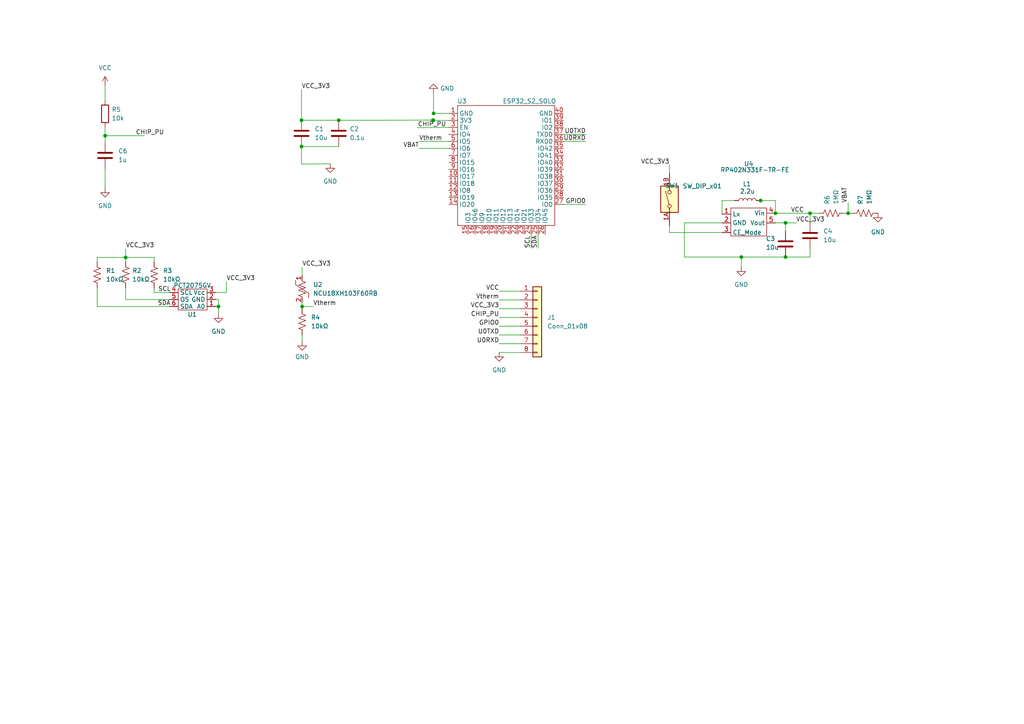
<source format=kicad_sch>
(kicad_sch (version 20211123) (generator eeschema)
  (paper "A4")
  (lib_symbols
    (symbol "CPU:ESP32_S2_SOLO"
      (property "Reference" "U?" (at -18.796 17.018 0))
      (property "Value" "ESP32_S2_SOLO" (at 0.762 17.018 0))
      (symbol "ESP32_S2_SOLO_0_1"
        (rectangle (start -20.066 15.748) (end 8.128 -19.05))
      )
      (symbol "ESP32_S2_SOLO_1_1"
        (pin input line (at -22.606 13.462 0) (length 2.54) (name "GND") (number "1"))
        (pin input line (at -22.606 -4.826 0) (length 2.54) (name "IO17") (number "10"))
        (pin input line (at -22.606 -6.858 0) (length 2.54) (name "IO18") (number "11"))
        (pin input line (at -22.606 -8.89 0) (length 2.54) (name "IO8") (number "12"))
        (pin input line (at -22.606 -10.922 0) (length 2.54) (name "IO19") (number "13"))
        (pin input line (at -22.606 -12.954 0) (length 2.54) (name "IO20") (number "14"))
        (pin input line (at -17.018 -21.59 90) (length 2.54) (name "IO3") (number "15"))
        (pin input line (at -14.986 -21.59 90) (length 2.54) (name "IO46") (number "16"))
        (pin input line (at -12.954 -21.59 90) (length 2.54) (name "IO9") (number "17"))
        (pin input line (at -10.922 -21.59 90) (length 2.54) (name "IO10") (number "18"))
        (pin input line (at -8.89 -21.59 90) (length 2.54) (name "IO11") (number "19"))
        (pin input line (at -22.606 11.43 0) (length 2.54) (name "3V3") (number "2"))
        (pin input line (at -6.858 -21.59 90) (length 2.54) (name "IO12") (number "20"))
        (pin input line (at -4.826 -21.59 90) (length 2.54) (name "IO13") (number "21"))
        (pin input line (at -2.794 -21.59 90) (length 2.54) (name "IO14") (number "22"))
        (pin input line (at -0.762 -21.59 90) (length 2.54) (name "IO21") (number "23"))
        (pin input line (at 1.27 -21.59 90) (length 2.54) (name "IO33") (number "24"))
        (pin input line (at 3.302 -21.59 90) (length 2.54) (name "IO34") (number "25"))
        (pin input line (at 5.334 -21.59 90) (length 2.54) (name "IO45") (number "26"))
        (pin input line (at 10.668 -12.954 180) (length 2.54) (name "IO0") (number "27"))
        (pin input line (at 10.668 -10.922 180) (length 2.54) (name "IO35") (number "28"))
        (pin input line (at 10.668 -8.89 180) (length 2.54) (name "IO36") (number "29"))
        (pin input line (at -22.606 9.398 0) (length 2.54) (name "EN") (number "3"))
        (pin input line (at 10.668 -6.858 180) (length 2.54) (name "IO37") (number "30"))
        (pin input line (at 10.668 -4.826 180) (length 2.54) (name "IO38") (number "31"))
        (pin input line (at 10.668 -2.794 180) (length 2.54) (name "IO39") (number "32"))
        (pin input line (at 10.668 -0.762 180) (length 2.54) (name "IO40") (number "33"))
        (pin input line (at 10.668 1.27 180) (length 2.54) (name "IO41") (number "34"))
        (pin input line (at 10.668 3.302 180) (length 2.54) (name "IO42") (number "35"))
        (pin input line (at 10.668 5.334 180) (length 2.54) (name "RXD0") (number "36"))
        (pin input line (at 10.668 7.366 180) (length 2.54) (name "TXD0") (number "37"))
        (pin input line (at 10.668 9.398 180) (length 2.54) (name "IO2") (number "38"))
        (pin input line (at 10.668 11.43 180) (length 2.54) (name "IO1") (number "39"))
        (pin input line (at -22.606 7.366 0) (length 2.54) (name "IO4") (number "4"))
        (pin input line (at 10.668 13.462 180) (length 2.54) (name "GND") (number "40"))
        (pin input line (at -22.606 5.334 0) (length 2.54) (name "IO5") (number "5"))
        (pin input line (at -22.606 3.302 0) (length 2.54) (name "IO6") (number "6"))
        (pin input line (at -22.606 1.27 0) (length 2.54) (name "IO7") (number "7"))
        (pin input line (at -22.606 -0.762 0) (length 2.54) (name "IO15") (number "8"))
        (pin input line (at -22.606 -2.794 0) (length 2.54) (name "IO16") (number "9"))
      )
    )
    (symbol "Connector_Generic:Conn_01x08" (pin_names (offset 1.016) hide)
      (property "Reference" "J" (at 0 10.16 0))
      (property "Value" "Conn_01x08" (at 0 -12.7 0))
      (symbol "Conn_01x08_1_1"
        (rectangle (start -1.27 -10.033) (end 0 -10.287) (stroke (width 0.1524)))
        (rectangle (start -1.27 -7.493) (end 0 -7.747) (stroke (width 0.1524)))
        (rectangle (start -1.27 -4.953) (end 0 -5.207) (stroke (width 0.1524)))
        (rectangle (start -1.27 -2.413) (end 0 -2.667) (stroke (width 0.1524)))
        (rectangle (start -1.27 0.127) (end 0 -0.127) (stroke (width 0.1524)))
        (rectangle (start -1.27 2.667) (end 0 2.413) (stroke (width 0.1524)))
        (rectangle (start -1.27 5.207) (end 0 4.953) (stroke (width 0.1524)))
        (rectangle (start -1.27 7.747) (end 0 7.493) (stroke (width 0.1524)))
        (rectangle (start -1.27 8.89) (end 1.27 -11.43) (stroke (width 0.254)) (fill (type background)))
        (pin passive line (at -5.08 7.62 0) (length 3.81) (name "Pin_1") (number "1"))
        (pin passive line (at -5.08 5.08 0) (length 3.81) (name "Pin_2") (number "2"))
        (pin passive line (at -5.08 2.54 0) (length 3.81) (name "Pin_3") (number "3"))
        (pin passive line (at -5.08 0 0) (length 3.81) (name "Pin_4") (number "4"))
        (pin passive line (at -5.08 -2.54 0) (length 3.81) (name "Pin_5") (number "5"))
        (pin passive line (at -5.08 -5.08 0) (length 3.81) (name "Pin_6") (number "6"))
        (pin passive line (at -5.08 -7.62 0) (length 3.81) (name "Pin_7") (number "7"))
        (pin passive line (at -5.08 -10.16 0) (length 3.81) (name "Pin_8") (number "8"))
      )
    )
    (symbol "Device:C" (pin_numbers hide) (pin_names (offset 0.254))
      (property "Reference" "C" (at 0.635 2.54 0))
      (property "Value" "C" (at 0.635 -2.54 0))
      (symbol "C_0_1"
        (polyline (pts (xy -2.032 -0.762) (xy 2.032 -0.762)) (stroke (width 0.508)))
        (polyline (pts (xy -2.032 0.762) (xy 2.032 0.762)) (stroke (width 0.508)))
      )
      (symbol "C_1_1"
        (pin passive line (at 0 3.81 270) (length 2.794) (name "~") (number "1"))
        (pin passive line (at 0 -3.81 90) (length 2.794) (name "~") (number "2"))
      )
    )
    (symbol "Device:L" (pin_numbers hide) (pin_names (offset 1.016) hide)
      (property "Reference" "L" (at -1.27 0 90))
      (property "Value" "L" (at 1.905 0 90))
      (symbol "L_0_1"
        (arc (start 0 -2.54) (mid 0.635 -1.905) (end 0 -1.27))
        (arc (start 0 -1.27) (mid 0.635 -0.635) (end 0 0))
        (arc (start 0 0) (mid 0.635 0.635) (end 0 1.27))
        (arc (start 0 1.27) (mid 0.635 1.905) (end 0 2.54))
      )
      (symbol "L_1_1"
        (pin passive line (at 0 3.81 270) (length 1.27) (name "1") (number "1"))
        (pin passive line (at 0 -3.81 90) (length 1.27) (name "2") (number "2"))
      )
    )
    (symbol "Device:PCT2075GV"
      (property "Reference" "U" (at 0 -4.572 0))
      (property "Value" "PCT2075GV" (at 0 3.81 0))
      (symbol "PCT2075GV_0_1"
        (rectangle (start -4.318 2.54) (end 4.064 -3.556))
      )
      (symbol "PCT2075GV_1_1"
        (pin input line (at -6.858 1.524 0) (length 2.54) (name "A0") (number "1"))
        (pin input line (at -6.858 -0.508 0) (length 2.54) (name "GND") (number "2"))
        (pin input line (at -6.858 -2.54 0) (length 2.54) (name "Vcc") (number "3"))
        (pin input line (at 6.604 -2.54 180) (length 2.54) (name "SCL") (number "4"))
        (pin input line (at 6.604 -0.508 180) (length 2.54) (name "OS") (number "5"))
        (pin input line (at 6.604 1.524 180) (length 2.54) (name "SDA") (number "6"))
      )
    )
    (symbol "Device:R" (pin_numbers hide) (pin_names (offset 0))
      (property "Reference" "R" (at 2.032 0 90))
      (property "Value" "R" (at 0 0 90))
      (symbol "R_0_1"
        (rectangle (start -1.016 -2.54) (end 1.016 2.54) (stroke (width 0.254)))
      )
      (symbol "R_1_1"
        (pin passive line (at 0 3.81 270) (length 1.27) (name "~") (number "1"))
        (pin passive line (at 0 -3.81 90) (length 1.27) (name "~") (number "2"))
      )
    )
    (symbol "Device:R_US" (pin_numbers hide) (pin_names (offset 0))
      (property "Reference" "R" (at 2.54 0 90))
      (property "Value" "R_US" (at -2.54 0 90))
      (symbol "R_US_0_1"
        (polyline (pts (xy 0 -2.286) (xy 0 -2.54)))
        (polyline (pts (xy 0 2.286) (xy 0 2.54)))
        (polyline (pts (xy 0 -0.762) (xy 1.016 -1.143) (xy 0 -1.524) (xy -1.016 -1.905) (xy 0 -2.286)))
        (polyline (pts (xy 0 0.762) (xy 1.016 0.381) (xy 0 0) (xy -1.016 -0.381) (xy 0 -0.762)))
        (polyline (pts (xy 0 2.286) (xy 1.016 1.905) (xy 0 1.524) (xy -1.016 1.143) (xy 0 0.762)))
      )
      (symbol "R_US_1_1"
        (pin passive line (at 0 3.81 270) (length 1.27) (name "~") (number "1"))
        (pin passive line (at 0 -3.81 90) (length 1.27) (name "~") (number "2"))
      )
    )
    (symbol "Switch:SW_DIP_x01" (pin_names (offset 0) hide)
      (property "Reference" "SW1" (at 3.937 1.2701 90))
      (property "Value" "SW_DIP_x01" (at 3.81 -3.81 90))
      (symbol "SW_DIP_x01_0_0"
        (circle (center -2.032 0) (radius 0.508))
        (polyline (pts (xy -1.524 0.127) (xy 2.3622 1.1684)))
        (circle (center 2.032 0) (radius 0.508))
      )
      (symbol "SW_DIP_x01_0_1"
        (rectangle (start -3.81 2.54) (end 3.81 -2.54) (stroke (width 0.254)) (fill (type background)))
      )
      (symbol "SW_DIP_x01_1_1"
        (pin passive line (at -7.62 0 0) (length 5.08) (name "~") (number "1A"))
        (pin passive line (at 7.62 0 180) (length 5.08) (name "~") (number "1B"))
      )
    )
    (symbol "Temp Sensors:NCU18XH103F60RB"
      (property "Reference" "U" (at 0 0 0))
      (property "Value" "NCU18XH103F60RB" (at 0 0 0))
      (symbol "NCU18XH103F60RB_0_1"
        (polyline (pts (xy 0 6.604) (xy 0 6.35)))
        (polyline (pts (xy 0 11.176) (xy 0 11.43)))
        (polyline (pts (xy 1.905 7.62) (xy 1.905 6.35)))
        (polyline (pts (xy -1.905 11.43) (xy -1.905 10.16) (xy 1.905 7.62)))
        (polyline (pts (xy 0 8.128) (xy 1.016 7.747) (xy 0 7.366) (xy -1.016 6.985) (xy 0 6.604)))
        (polyline (pts (xy 0 9.652) (xy 1.016 9.271) (xy 0 8.89) (xy -1.016 8.509) (xy 0 8.128)))
        (polyline (pts (xy 0 11.176) (xy 1.016 10.795) (xy 0 10.414) (xy -1.016 10.033) (xy 0 9.652)))
      )
      (symbol "NCU18XH103F60RB_1_1"
        (pin passive line (at 0 12.7 270) (length 1.27) (name "") (number "1"))
        (pin passive line (at 0 5.08 90) (length 1.27) (name "~") (number "2"))
      )
    )
    (symbol "power:GND" (power) (pin_names (offset 0))
      (property "Value" "GND" (at 0 -3.81 0))
      (symbol "GND_0_1"
        (polyline (pts (xy 0 0) (xy 0 -1.27) (xy 1.27 -1.27) (xy 0 -2.54) (xy -1.27 -1.27) (xy 0 -1.27)))
      )
      (symbol "GND_1_1"
        (pin power_in line (at 0 0 270) (length 0) hide (name "GND") (number "1"))
      )
    )
    (symbol "power:RP402N331F-TR-FE"
      (property "Reference" "U" (at -0.762 -1.524 0))
      (property "Value" "RP402N331F-TR-FE" (at -0.508 -11.938 0))
      (symbol "RP402N331F-TR-FE_0_1"
        (rectangle (start -6.35 -2.54) (end 4.064 -10.668))
        (rectangle (start -3.81 -2.032) (end -3.81 -2.032))
      )
      (symbol "RP402N331F-TR-FE_1_1"
        (pin input line (at -8.89 -4.318 0) (length 2.54) (name "Lx") (number "1"))
        (pin input line (at -8.89 -6.858 0) (length 2.54) (name "GND") (number "2"))
        (pin input line (at -8.89 -9.652 0) (length 2.54) (name "CE_Mode") (number "3"))
        (pin input line (at 6.604 -4.064 180) (length 2.54) (name "Vin") (number "4"))
        (pin input line (at 6.604 -6.858 180) (length 2.54) (name "Vout") (number "5"))
      )
    )
    (symbol "power:VCC" (power) (pin_names (offset 0))
      (property "Value" "VCC" (at 0 3.81 0))
      (symbol "VCC_0_1"
        (polyline (pts (xy -0.762 1.27) (xy 0 2.54)))
        (polyline (pts (xy 0 0) (xy 0 2.54)))
        (polyline (pts (xy 0 2.54) (xy 0.762 1.27)))
      )
      (symbol "VCC_1_1"
        (pin power_in line (at 0 0 90) (length 0) hide (name "VCC") (number "1"))
      )
    )
  )
  (junction (at 227.838 74.549))
  (junction (at 234.95 61.849))
  (junction (at 125.6244 34.925))
  (junction (at 220.599 58.166))
  (junction (at 87.4487 42.4903))
  (junction (at 63.373 88.9))
  (junction (at 224.917 61.849))
  (junction (at 125.755 32.893))
  (junction (at 98.2437 34.8703))
  (junction (at 87.4487 34.8703))
  (junction (at 36.449 74.676))
  (junction (at 30.48 39.37))
  (junction (at 227.838 64.643))
  (junction (at 245.999 61.849))
  (junction (at 87.63 88.9))
  (junction (at 125.6244 34.8247))
  (junction (at 215.011 74.549))
  (wire (pts (xy 224.917 58.166) (xy 224.917 61.849)))
  (wire (pts (xy 28.194 88.9) (xy 49.149 88.9)))
  (wire (pts (xy 30.48 36.83) (xy 30.48 39.37)))
  (wire (pts (xy 144.78 97.155) (xy 150.749 97.155)))
  (wire (pts (xy 194.183 47.879) (xy 194.183 50.165)))
  (wire (pts (xy 209.423 67.437) (xy 194.183 67.437)))
  (wire (pts (xy 125.73 26.924) (xy 125.73 32.893)))
  (wire (pts (xy 121.539 43.053) (xy 130.175 43.053)))
  (wire (pts (xy 87.63 88.9) (xy 87.63 89.535)))
  (wire (pts (xy 234.95 61.849) (xy 237.363 61.849)))
  (wire (pts (xy 227.838 74.549) (xy 234.95 74.549)))
  (wire (pts (xy 234.95 72.136) (xy 234.95 74.549)))
  (wire (pts (xy 30.48 24.765) (xy 30.48 29.21)))
  (wire (pts (xy 98.2437 34.8703) (xy 112.2137 34.8703)))
  (wire (pts (xy 87.63 87.63) (xy 87.63 88.9)))
  (wire (pts (xy 209.423 62.103) (xy 209.423 58.166)))
  (wire (pts (xy 130.175 34.925) (xy 125.6244 34.925)))
  (wire (pts (xy 227.838 64.643) (xy 231.013 64.643)))
  (wire (pts (xy 227.838 74.549) (xy 215.011 74.549)))
  (wire (pts (xy 63.373 86.868) (xy 63.373 88.9)))
  (wire (pts (xy 144.78 94.615) (xy 150.749 94.615)))
  (wire (pts (xy 144.78 89.535) (xy 150.749 89.535)))
  (wire (pts (xy 144.78 99.695) (xy 150.749 99.695)))
  (wire (pts (xy 245.999 61.849) (xy 247.015 61.849)))
  (wire (pts (xy 215.011 74.549) (xy 198.501 74.549)))
  (wire (pts (xy 163.449 41.021) (xy 169.9208 41.021)))
  (wire (pts (xy 44.704 75.946) (xy 44.704 74.676)))
  (wire (pts (xy 156.083 67.945) (xy 156.083 72.009)))
  (wire (pts (xy 125.755 32.893) (xy 130.175 32.893)))
  (wire (pts (xy 87.63 97.155) (xy 87.63 99.06)))
  (wire (pts (xy 125.6244 34.925) (xy 125.6244 34.8247)))
  (wire (pts (xy 28.194 74.676) (xy 36.449 74.676)))
  (wire (pts (xy 215.011 74.549) (xy 215.011 77.47)))
  (wire (pts (xy 163.449 38.989) (xy 169.9208 38.989)))
  (wire (pts (xy 87.4487 34.8703) (xy 98.2437 34.8703)))
  (wire (pts (xy 87.4487 42.4903) (xy 98.2437 42.4903)))
  (wire (pts (xy 224.917 64.643) (xy 227.838 64.643)))
  (wire (pts (xy 49.149 84.836) (xy 44.704 84.836)))
  (wire (pts (xy 227.838 64.643) (xy 227.838 66.929)))
  (wire (pts (xy 154.051 67.945) (xy 154.051 72.009)))
  (wire (pts (xy 121.539 41.021) (xy 130.175 41.021)))
  (wire (pts (xy 87.63 88.9) (xy 90.805 88.9)))
  (wire (pts (xy 28.194 83.566) (xy 28.194 88.9)))
  (wire (pts (xy 163.449 59.309) (xy 169.9208 59.309)))
  (wire (pts (xy 245.999 58.801) (xy 245.999 61.849)))
  (wire (pts (xy 144.78 86.995) (xy 150.749 86.995)))
  (wire (pts (xy 63.373 88.9) (xy 63.373 91.059)))
  (wire (pts (xy 36.449 86.868) (xy 36.449 83.566)))
  (wire (pts (xy 30.48 48.895) (xy 30.48 54.61)))
  (wire (pts (xy 224.917 61.849) (xy 234.95 61.849)))
  (wire (pts (xy 36.449 74.676) (xy 44.704 74.676)))
  (wire (pts (xy 62.611 84.836) (xy 65.659 84.836)))
  (wire (pts (xy 65.659 81.661) (xy 65.659 84.836)))
  (wire (pts (xy 30.48 39.37) (xy 30.48 41.275)))
  (wire (pts (xy 112.2137 34.8703) (xy 125.6244 34.8247)))
  (wire (pts (xy 198.501 64.643) (xy 198.501 74.549)))
  (wire (pts (xy 87.4487 34.8703) (xy 87.4487 25.9803)))
  (wire (pts (xy 220.472 58.166) (xy 220.599 58.166)))
  (wire (pts (xy 194.183 65.405) (xy 194.183 67.437)))
  (wire (pts (xy 220.599 58.166) (xy 224.917 58.166)))
  (wire (pts (xy 62.611 86.868) (xy 63.373 86.868)))
  (wire (pts (xy 144.78 84.455) (xy 150.749 84.455)))
  (wire (pts (xy 30.48 39.37) (xy 41.91 39.37)))
  (wire (pts (xy 36.449 74.676) (xy 36.449 75.946)))
  (wire (pts (xy 87.4487 42.4903) (xy 87.4487 47.5703)))
  (wire (pts (xy 87.4487 47.5703) (xy 95.7794 47.5247)))
  (wire (pts (xy 49.149 86.868) (xy 36.449 86.868)))
  (wire (pts (xy 209.423 64.643) (xy 198.501 64.643)))
  (wire (pts (xy 125.73 32.893) (xy 125.755 32.893)))
  (wire (pts (xy 244.983 61.849) (xy 245.999 61.849)))
  (wire (pts (xy 36.449 72.136) (xy 36.449 74.676)))
  (wire (pts (xy 144.78 102.235) (xy 150.749 102.235)))
  (wire (pts (xy 234.95 61.849) (xy 234.95 64.516)))
  (wire (pts (xy 28.194 74.676) (xy 28.194 75.946)))
  (wire (pts (xy 87.63 77.47) (xy 87.63 80.01)))
  (wire (pts (xy 209.423 58.166) (xy 212.979 58.166)))
  (wire (pts (xy 121.158 37.0332) (xy 130.175 36.957)))
  (wire (pts (xy 44.704 83.566) (xy 44.704 84.836)))
  (wire (pts (xy 62.611 88.9) (xy 63.373 88.9)))
  (wire (pts (xy 144.78 92.075) (xy 150.749 92.075)))
  (label "Vtherm" (at 90.805 88.9 0))
  (label "VBAT" (at 121.539 43.053 180))
  (label "Vtherm" (at 121.539 41.021 0))
  (label "CHIP_PU" (at 121.158 37.0332 0))
  (label "VCC_3V3" (at 194.183 47.879 180))
  (label "VCC_3V3" (at 87.4522 25.9842 0))
  (label "VCC_3V3" (at 230.886 64.643 0))
  (label "GPIO0" (at 169.9208 59.309 180))
  (label "U0RXD" (at 144.78 99.695 180))
  (label "VBAT" (at 245.999 58.801 90))
  (label "CHIP_PU" (at 144.78 92.075 180))
  (label "Vtherm" (at 144.78 86.995 180))
  (label "GPIO0" (at 144.78 94.615 180))
  (label "U0RXD" (at 169.9208 41.021 180))
  (label "SDA" (at 156.083 72.009 90))
  (label "VCC" (at 144.78 84.455 180))
  (label "VCC_3V3" (at 144.78 89.535 180))
  (label "U0TXD" (at 144.78 97.155 180))
  (label "VCC_3V3" (at 36.449 72.136 0))
  (label "U0TXD" (at 169.9208 38.989 180))
  (label "VCC" (at 229.362 61.849 0))
  (label "SCL" (at 154.051 72.009 90))
  (label "VCC_3V3" (at 65.659 81.661 0))
  (label "VCC_3V3" (at 87.63 77.47 0))
  (label "CHIP_PU" (at 39.37 39.37 0))
  (label "SCL" (at 45.847 84.836 0))
  (label "SDA" (at 45.72 88.9 0))
  (symbol (lib_id "Temp Sensors:NCU18XH103F60RB") (at 87.63 92.71 0) (unit 1)
    (property "Reference" "U2" (at 90.805 82.5499 0) (effects (justify left)))
    (property "Value" "NCU18XH103F60RB" (at 90.805 85.0899 0) (effects (justify left)))
    (property "Footprint" "Resistor_SMD:R_0805_2012Metric_Pad1.20x1.40mm_HandSolder" (effects hide))
  )
  (symbol (lib_id "Device:PCT2075GV") (at 55.753 87.376 180) (unit 1)
    (property "Reference" "U1" (at 55.753 91.186 0))
    (property "Value" "PCT2075GV" (at 55.753 82.804 0))
    (property "Footprint" "Package_SO:TSOP-6_1.65x3.05mm_P0.95mm" (effects hide))
  )
  (symbol (lib_id "Device:L") (at 216.789 58.166 90) (unit 1)
    (property "Reference" "L1" (at 216.662 53.34 90))
    (property "Value" "2.2u" (at 216.789 55.499 90))
    (property "Footprint" "Inductor_SMD:L_0805_2012Metric_Pad1.05x1.20mm_HandSolder" (effects hide))
  )
  (symbol (lib_id "power:RP402N331F-TR-FE") (at 218.313 57.785 0) (unit 1)
    (property "Reference" "U4" (at 217.17 47.498 0))
    (property "Value" "RP402N331F-TR-FE" (at 218.948 49.276 0))
    (property "Footprint" "Package_TO_SOT_SMD:SOT-23-5" (effects hide))
  )
  (symbol (lib_id "Device:C") (at 234.95 68.326 0) (unit 1)
    (property "Reference" "C4" (at 238.76 67.0559 0) (effects (justify left)))
    (property "Value" "10u" (at 238.76 69.5959 0) (effects (justify left)))
    (property "Footprint" "Capacitor_SMD:C_0805_2012Metric_Pad1.18x1.45mm_HandSolder" (effects hide))
  )
  (symbol (lib_id "power:GND") (at 87.63 99.06 0) (unit 1)
    (property "Reference" "#PWR0107" (effects hide))
    (property "Value" "GND" (at 87.63 103.505 0))
  )
  (symbol (lib_id "power:VCC") (at 30.48 24.765 0) (unit 1)
    (property "Reference" "#PWR0105" (effects hide))
    (property "Value" "VCC" (at 30.48 19.685 0))
  )
  (symbol (lib_id "power:GND") (at 95.7794 47.5247 0) (unit 1)
    (property "Reference" "#PWR0102" (effects hide))
    (property "Value" "GND" (at 95.7794 52.6047 0))
  )
  (symbol (lib_id "Device:R_US") (at 87.63 93.345 0) (unit 1)
    (property "Reference" "R4" (at 90.17 92.0749 0) (effects (justify left)))
    (property "Value" "10kΩ" (at 90.17 94.6149 0) (effects (justify left)))
    (property "Footprint" "Resistor_SMD:R_0805_2012Metric_Pad1.20x1.40mm_HandSolder" (effects hide))
  )
  (symbol (lib_id "Device:C") (at 30.48 45.085 0) (unit 1)
    (property "Reference" "C6" (at 34.29 43.8149 0) (effects (justify left)))
    (property "Value" "1u" (at 34.29 46.3549 0) (effects (justify left)))
    (property "Footprint" "Capacitor_SMD:C_0805_2012Metric_Pad1.18x1.45mm_HandSolder" (effects hide))
  )
  (symbol (lib_id "Device:C") (at 98.2437 38.6803 0) (unit 1)
    (property "Reference" "C2" (at 101.4187 37.4102 0) (effects (justify left)))
    (property "Value" "0.1u" (at 101.4187 39.9502 0) (effects (justify left)))
    (property "Footprint" "Capacitor_SMD:C_0805_2012Metric_Pad1.18x1.45mm_HandSolder" (effects hide))
  )
  (symbol (lib_id "Device:R_US") (at 241.173 61.849 90) (unit 1)
    (property "Reference" "R6" (at 239.9029 59.309 0) (effects (justify left)))
    (property "Value" "1MΩ" (at 242.4429 59.309 0) (effects (justify left)))
    (property "Footprint" "Resistor_SMD:R_0805_2012Metric_Pad1.20x1.40mm_HandSolder" (effects hide))
  )
  (symbol (lib_id "Device:R_US") (at 28.194 79.756 0) (unit 1)
    (property "Reference" "R1" (at 30.734 78.4859 0) (effects (justify left)))
    (property "Value" "10kΩ" (at 30.734 81.0259 0) (effects (justify left)))
    (property "Footprint" "Resistor_SMD:R_0805_2012Metric_Pad1.20x1.40mm_HandSolder" (effects hide))
  )
  (symbol (lib_id "Device:R_US") (at 36.449 79.756 0) (unit 1)
    (property "Reference" "R2" (at 38.354 78.4859 0) (effects (justify left)))
    (property "Value" "10kΩ" (at 38.354 81.0259 0) (effects (justify left)))
    (property "Footprint" "Resistor_SMD:R_0805_2012Metric_Pad1.20x1.40mm_HandSolder" (effects hide))
  )
  (symbol (lib_id "Device:R_US") (at 44.704 79.756 0) (unit 1)
    (property "Reference" "R3" (at 47.244 78.4859 0) (effects (justify left)))
    (property "Value" "10kΩ" (at 47.244 81.0259 0) (effects (justify left)))
    (property "Footprint" "Resistor_SMD:R_0805_2012Metric_Pad1.20x1.40mm_HandSolder" (effects hide))
  )
  (symbol (lib_id "CPU:ESP32_S2_SOLO") (at 152.781 46.355 0) (unit 1)
    (property "Reference" "U3" (at 133.985 29.337 0))
    (property "Value" "ESP32_S2_SOLO" (at 153.543 29.337 0))
    (property "Footprint" "Module:ESP-32-S2-SOLO" (effects hide))
  )
  (symbol (lib_id "power:GND") (at 125.73 26.924 180) (unit 1)
    (property "Reference" "#PWR0106" (effects hide))
    (property "Value" "GND" (at 127.635 25.6539 0) (effects (justify right)))
  )
  (symbol (lib_id "power:GND") (at 144.78 102.235 0) (unit 1)
    (property "Reference" "#PWR0108" (effects hide))
    (property "Value" "GND" (at 144.78 107.315 0))
  )
  (symbol (lib_id "Switch:SW_DIP_x01") (at 194.183 57.785 90) (unit 1)
    (property "Reference" "SW1" (at 192.9129 53.848 90) (effects (justify right)))
    (property "Value" "SW_DIP_x01" (at 197.993 53.975 90) (effects (justify right)))
    (property "Footprint" "Module:SW_DS04-254-1-01BK-SMT" (effects hide))
  )
  (symbol (lib_id "Connector_Generic:Conn_01x08") (at 155.829 92.075 0) (unit 1)
    (property "Reference" "J1" (at 158.75 92.0749 0) (effects (justify left)))
    (property "Value" "Conn_01x08" (at 158.75 94.6149 0) (effects (justify left)))
    (property "Footprint" "Connector_PinHeader_2.54mm:PinHeader_1x08_P2.54mm_Vertical" (effects hide))
  )
  (symbol (lib_id "Device:C") (at 227.838 70.739 180) (unit 1)
    (property "Reference" "C3" (at 222.123 69.215 0) (effects (justify right)))
    (property "Value" "10u" (at 222.123 71.755 0) (effects (justify right)))
    (property "Footprint" "Capacitor_SMD:C_0805_2012Metric_Pad1.18x1.45mm_HandSolder" (effects hide))
  )
  (symbol (lib_id "Device:C") (at 87.4487 38.6803 0) (unit 1)
    (property "Reference" "C1" (at 91.2587 37.4102 0) (effects (justify left)))
    (property "Value" "10u" (at 91.2587 39.9502 0) (effects (justify left)))
    (property "Footprint" "Capacitor_SMD:C_0805_2012Metric_Pad1.18x1.45mm_HandSolder" (effects hide))
  )
  (symbol (lib_id "power:GND") (at 254.635 61.849 0) (unit 1)
    (property "Reference" "#PWR0103" (effects hide))
    (property "Value" "GND" (at 254.635 67.31 0))
  )
  (symbol (lib_id "Device:R") (at 30.48 33.02 180) (unit 1)
    (property "Reference" "R5" (at 32.385 31.7499 0) (effects (justify right)))
    (property "Value" "10k" (at 32.385 34.2899 0) (effects (justify right)))
    (property "Footprint" "Resistor_SMD:R_0805_2012Metric_Pad1.20x1.40mm_HandSolder" (effects hide))
  )
  (symbol (lib_id "power:GND") (at 63.373 91.059 0) (unit 1)
    (property "Reference" "#PWR0109" (effects hide))
    (property "Value" "GND" (at 63.373 96.139 0))
  )
  (symbol (lib_id "power:GND") (at 30.48 54.61 0) (unit 1)
    (property "Reference" "#PWR0104" (effects hide))
    (property "Value" "GND" (at 30.48 59.69 0))
  )
  (symbol (lib_id "Device:R_US") (at 250.825 61.849 90) (unit 1)
    (property "Reference" "R7" (at 249.5549 59.309 0) (effects (justify left)))
    (property "Value" "1MΩ" (at 252.0949 59.309 0) (effects (justify left)))
    (property "Footprint" "Resistor_SMD:R_0805_2012Metric_Pad1.20x1.40mm_HandSolder" (effects hide))
  )
  (symbol (lib_id "power:GND") (at 215.011 77.47 0) (unit 1)
    (property "Reference" "#PWR0101" (effects hide))
    (property "Value" "GND" (at 215.011 82.55 0))
  )
)
</source>
